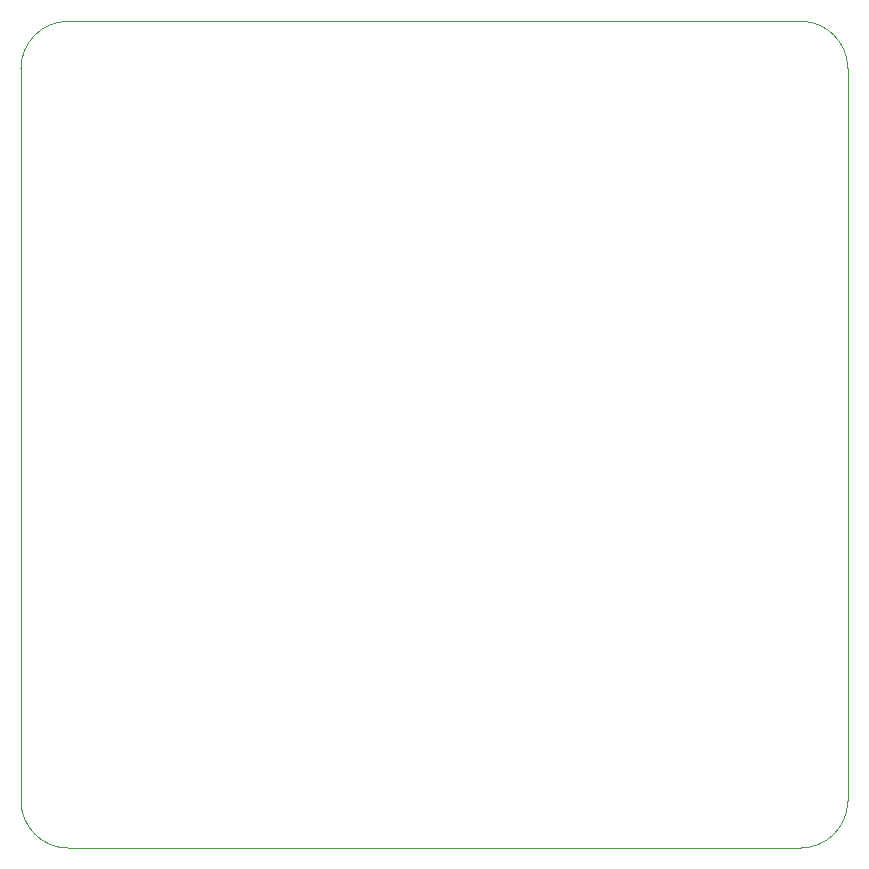
<source format=gbr>
%TF.GenerationSoftware,KiCad,Pcbnew,5.1.9-73d0e3b20d~88~ubuntu20.10.1*%
%TF.CreationDate,2021-04-24T17:05:30-07:00*%
%TF.ProjectId,macropad-v2_0_1,6d616372-6f70-4616-942d-76325f305f31,rev?*%
%TF.SameCoordinates,Original*%
%TF.FileFunction,Profile,NP*%
%FSLAX46Y46*%
G04 Gerber Fmt 4.6, Leading zero omitted, Abs format (unit mm)*
G04 Created by KiCad (PCBNEW 5.1.9-73d0e3b20d~88~ubuntu20.10.1) date 2021-04-24 17:05:30*
%MOMM*%
%LPD*%
G01*
G04 APERTURE LIST*
%TA.AperFunction,Profile*%
%ADD10C,0.050000*%
%TD*%
G04 APERTURE END LIST*
D10*
X0Y-66000000D02*
G75*
G03*
X4000000Y-70000000I4000000J0D01*
G01*
X66000000Y-70000000D02*
G75*
G03*
X70000000Y-66000000I0J4000000D01*
G01*
X70000000Y-4000000D02*
G75*
G03*
X66000000Y0I-4000000J0D01*
G01*
X4000000Y0D02*
G75*
G03*
X0Y-4000000I0J-4000000D01*
G01*
X4000000Y0D02*
X66000000Y0D01*
X70000000Y-4000000D02*
X70000000Y-66000000D01*
X4000000Y-70000000D02*
X66000000Y-70000000D01*
X0Y-4000000D02*
X0Y-66000000D01*
M02*

</source>
